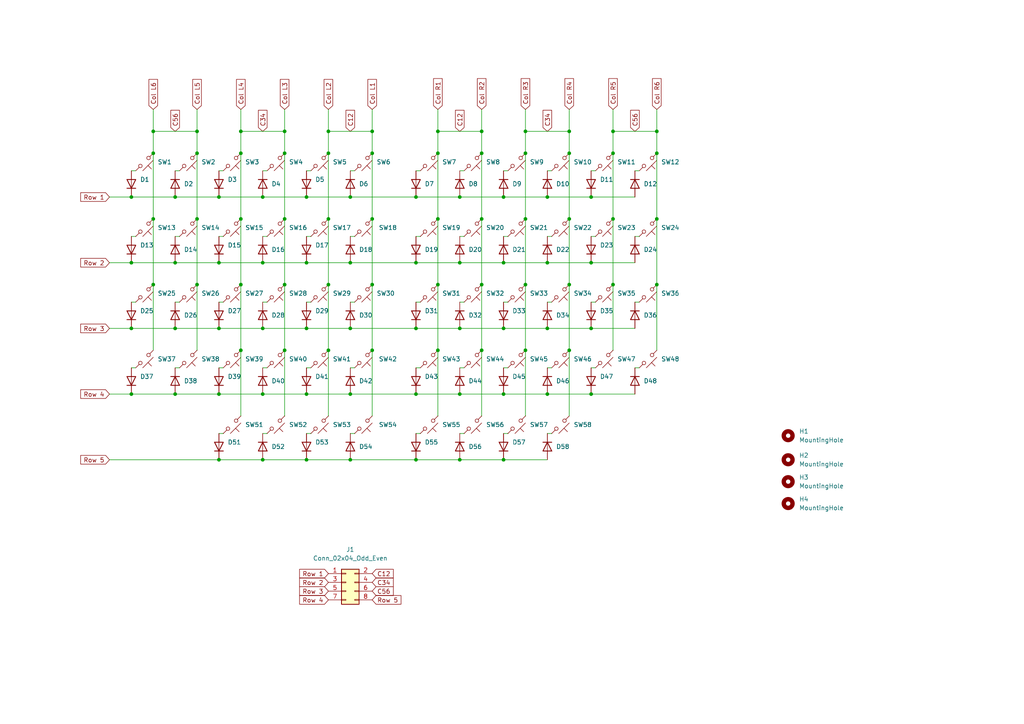
<source format=kicad_sch>
(kicad_sch (version 20211123) (generator eeschema)
  (paper "A4")
  (lib_symbols
    (symbol "Connector_Generic:Conn_02x04_Odd_Even" (pin_names (offset 1.016) hide)
      (property "Reference" "J" (at 1.27 5.08 0))
      (property "Value" "Conn_02x04_Odd_Even" (at 1.27 -7.62 0))
      (symbol "Conn_02x04_Odd_Even_1_1"
        (rectangle (start -1.27 -4.953) (end 0 -5.207) (stroke (width 0.1524)))
        (rectangle (start -1.27 -2.413) (end 0 -2.667) (stroke (width 0.1524)))
        (rectangle (start -1.27 0.127) (end 0 -0.127) (stroke (width 0.1524)))
        (rectangle (start -1.27 2.667) (end 0 2.413) (stroke (width 0.1524)))
        (rectangle (start -1.27 3.81) (end 3.81 -6.35) (stroke (width 0.254)) (fill (type background)))
        (rectangle (start 3.81 -4.953) (end 2.54 -5.207) (stroke (width 0.1524)))
        (rectangle (start 3.81 -2.413) (end 2.54 -2.667) (stroke (width 0.1524)))
        (rectangle (start 3.81 0.127) (end 2.54 -0.127) (stroke (width 0.1524)))
        (rectangle (start 3.81 2.667) (end 2.54 2.413) (stroke (width 0.1524)))
        (pin passive line (at -5.08 2.54 0) (length 3.81) (name "Pin_1") (number "1"))
        (pin passive line (at 7.62 2.54 180) (length 3.81) (name "Pin_2") (number "2"))
        (pin passive line (at -5.08 0 0) (length 3.81) (name "Pin_3") (number "3"))
        (pin passive line (at 7.62 0 180) (length 3.81) (name "Pin_4") (number "4"))
        (pin passive line (at -5.08 -2.54 0) (length 3.81) (name "Pin_5") (number "5"))
        (pin passive line (at 7.62 -2.54 180) (length 3.81) (name "Pin_6") (number "6"))
        (pin passive line (at -5.08 -5.08 0) (length 3.81) (name "Pin_7") (number "7"))
        (pin passive line (at 7.62 -5.08 180) (length 3.81) (name "Pin_8") (number "8"))
      )
    )
    (symbol "Diode:1N4448W" (pin_numbers hide) (pin_names hide)
      (property "Reference" "D" (at 0 2.54 0))
      (property "Value" "1N4448W" (at 0 -2.54 0))
      (symbol "1N4448W_0_1"
        (polyline (pts (xy -1.27 1.27) (xy -1.27 -1.27)) (stroke (width 0.254)))
        (polyline (pts (xy 1.27 0) (xy -1.27 0)))
        (polyline (pts (xy 1.27 1.27) (xy 1.27 -1.27) (xy -1.27 0) (xy 1.27 1.27)) (stroke (width 0.254)))
      )
      (symbol "1N4448W_1_1"
        (pin passive line (at -3.81 0 0) (length 2.54) (name "K") (number "1"))
        (pin passive line (at 3.81 0 180) (length 2.54) (name "A") (number "2"))
      )
    )
    (symbol "Mechanical:MountingHole" (pin_names (offset 1.016))
      (property "Reference" "H" (at 0 5.08 0))
      (property "Value" "MountingHole" (at 0 3.175 0))
      (symbol "MountingHole_0_1"
        (circle (center 0 0) (radius 1.27) (stroke (width 1.27)))
      )
    )
    (symbol "Switch:SW_Push_45deg" (pin_numbers hide) (pin_names (offset 1.016) hide)
      (property "Reference" "SW" (at 3.048 1.016 0))
      (property "Value" "SW_Push_45deg" (at 0 -3.81 0))
      (symbol "SW_Push_45deg_0_1"
        (circle (center -1.1684 1.1684) (radius 0.508))
        (polyline (pts (xy -0.508 2.54) (xy 2.54 -0.508)))
        (polyline (pts (xy 1.016 1.016) (xy 2.032 2.032)))
        (polyline (pts (xy -2.54 2.54) (xy -1.524 1.524) (xy -1.524 1.524)))
        (polyline (pts (xy 1.524 -1.524) (xy 2.54 -2.54) (xy 2.54 -2.54) (xy 2.54 -2.54)))
        (circle (center 1.143 -1.1938) (radius 0.508))
        (pin passive line (at -2.54 2.54 0) (length 0) (name "1") (number "1"))
        (pin passive line (at 2.54 -2.54 180) (length 0) (name "2") (number "2"))
      )
    )
  )
  (junction (at 139.7 101.6))
  (junction (at 165.1 101.6))
  (junction (at 38.1 95.25))
  (junction (at 101.6 95.25))
  (junction (at 146.05 95.25))
  (junction (at 139.7 38.1))
  (junction (at 57.15 63.5))
  (junction (at 88.9 95.25))
  (junction (at 165.1 44.45))
  (junction (at 95.25 38.1))
  (junction (at 44.45 44.45))
  (junction (at 171.45 76.2))
  (junction (at 152.4 38.1))
  (junction (at 177.8 82.55))
  (junction (at 63.5 76.2))
  (junction (at 101.6 133.35))
  (junction (at 82.55 101.6))
  (junction (at 152.4 101.6))
  (junction (at 69.85 101.6))
  (junction (at 107.95 44.45))
  (junction (at 171.45 95.25))
  (junction (at 76.2 57.15))
  (junction (at 158.75 95.25))
  (junction (at 95.25 63.5))
  (junction (at 82.55 63.5))
  (junction (at 50.8 95.25))
  (junction (at 165.1 63.5))
  (junction (at 63.5 57.15))
  (junction (at 88.9 114.3))
  (junction (at 57.15 82.55))
  (junction (at 76.2 114.3))
  (junction (at 76.2 133.35))
  (junction (at 38.1 114.3))
  (junction (at 107.95 101.6))
  (junction (at 152.4 82.55))
  (junction (at 127 82.55))
  (junction (at 120.65 57.15))
  (junction (at 165.1 38.1))
  (junction (at 57.15 44.45))
  (junction (at 146.05 133.35))
  (junction (at 120.65 76.2))
  (junction (at 120.65 133.35))
  (junction (at 127 44.45))
  (junction (at 133.35 95.25))
  (junction (at 177.8 38.1))
  (junction (at 190.5 38.1))
  (junction (at 139.7 44.45))
  (junction (at 152.4 63.5))
  (junction (at 69.85 38.1))
  (junction (at 177.8 63.5))
  (junction (at 88.9 57.15))
  (junction (at 133.35 114.3))
  (junction (at 146.05 114.3))
  (junction (at 120.65 114.3))
  (junction (at 63.5 95.25))
  (junction (at 107.95 38.1))
  (junction (at 139.7 82.55))
  (junction (at 69.85 63.5))
  (junction (at 76.2 95.25))
  (junction (at 88.9 76.2))
  (junction (at 38.1 57.15))
  (junction (at 95.25 44.45))
  (junction (at 101.6 57.15))
  (junction (at 190.5 82.55))
  (junction (at 50.8 114.3))
  (junction (at 165.1 82.55))
  (junction (at 190.5 63.5))
  (junction (at 133.35 133.35))
  (junction (at 133.35 76.2))
  (junction (at 127 38.1))
  (junction (at 50.8 76.2))
  (junction (at 82.55 38.1))
  (junction (at 101.6 114.3))
  (junction (at 107.95 63.5))
  (junction (at 69.85 44.45))
  (junction (at 120.65 95.25))
  (junction (at 177.8 44.45))
  (junction (at 171.45 114.3))
  (junction (at 76.2 76.2))
  (junction (at 82.55 44.45))
  (junction (at 69.85 82.55))
  (junction (at 171.45 57.15))
  (junction (at 82.55 82.55))
  (junction (at 63.5 114.3))
  (junction (at 127 101.6))
  (junction (at 146.05 76.2))
  (junction (at 44.45 82.55))
  (junction (at 101.6 76.2))
  (junction (at 44.45 38.1))
  (junction (at 133.35 57.15))
  (junction (at 95.25 82.55))
  (junction (at 158.75 76.2))
  (junction (at 152.4 44.45))
  (junction (at 107.95 82.55))
  (junction (at 146.05 57.15))
  (junction (at 158.75 57.15))
  (junction (at 95.25 101.6))
  (junction (at 158.75 114.3))
  (junction (at 50.8 57.15))
  (junction (at 190.5 44.45))
  (junction (at 57.15 38.1))
  (junction (at 44.45 63.5))
  (junction (at 127 63.5))
  (junction (at 88.9 133.35))
  (junction (at 38.1 76.2))
  (junction (at 63.5 133.35))
  (junction (at 139.7 63.5))
  (wire (pts (xy 95.25 101.6) (xy 95.25 120.65)))
  (wire (pts (xy 82.55 44.45) (xy 82.55 63.5)))
  (wire (pts (xy 127 63.5) (xy 127 82.55)))
  (wire (pts (xy 172.72 87.63) (xy 171.45 87.63)))
  (wire (pts (xy 57.15 82.55) (xy 57.15 101.6)))
  (wire (pts (xy 76.2 95.25) (xy 88.9 95.25)))
  (wire (pts (xy 76.2 57.15) (xy 88.9 57.15)))
  (wire (pts (xy 76.2 114.3) (xy 88.9 114.3)))
  (wire (pts (xy 127 31.75) (xy 127 38.1)))
  (wire (pts (xy 76.2 125.73) (xy 77.47 125.73)))
  (wire (pts (xy 165.1 38.1) (xy 165.1 44.45)))
  (wire (pts (xy 120.65 133.35) (xy 133.35 133.35)))
  (wire (pts (xy 69.85 38.1) (xy 69.85 44.45)))
  (wire (pts (xy 165.1 31.75) (xy 165.1 38.1)))
  (wire (pts (xy 177.8 31.75) (xy 177.8 38.1)))
  (wire (pts (xy 158.75 68.58) (xy 160.02 68.58)))
  (wire (pts (xy 76.2 87.63) (xy 77.47 87.63)))
  (wire (pts (xy 171.45 76.2) (xy 184.15 76.2)))
  (wire (pts (xy 158.75 76.2) (xy 171.45 76.2)))
  (wire (pts (xy 146.05 114.3) (xy 158.75 114.3)))
  (wire (pts (xy 76.2 133.35) (xy 88.9 133.35)))
  (wire (pts (xy 50.8 49.53) (xy 52.07 49.53)))
  (wire (pts (xy 64.77 87.63) (xy 63.5 87.63)))
  (wire (pts (xy 31.75 133.35) (xy 63.5 133.35)))
  (wire (pts (xy 152.4 38.1) (xy 152.4 44.45)))
  (wire (pts (xy 133.35 68.58) (xy 134.62 68.58)))
  (wire (pts (xy 38.1 95.25) (xy 50.8 95.25)))
  (wire (pts (xy 127 82.55) (xy 127 101.6)))
  (wire (pts (xy 147.32 87.63) (xy 146.05 87.63)))
  (wire (pts (xy 121.92 106.68) (xy 120.65 106.68)))
  (wire (pts (xy 95.25 38.1) (xy 107.95 38.1)))
  (wire (pts (xy 146.05 133.35) (xy 158.75 133.35)))
  (wire (pts (xy 57.15 31.75) (xy 57.15 38.1)))
  (wire (pts (xy 121.92 68.58) (xy 120.65 68.58)))
  (wire (pts (xy 133.35 114.3) (xy 146.05 114.3)))
  (wire (pts (xy 165.1 44.45) (xy 165.1 63.5)))
  (wire (pts (xy 101.6 106.68) (xy 102.87 106.68)))
  (wire (pts (xy 120.65 49.53) (xy 121.92 49.53)))
  (wire (pts (xy 50.8 76.2) (xy 63.5 76.2)))
  (wire (pts (xy 57.15 44.45) (xy 57.15 63.5)))
  (wire (pts (xy 82.55 31.75) (xy 82.55 38.1)))
  (wire (pts (xy 158.75 57.15) (xy 171.45 57.15)))
  (wire (pts (xy 184.15 68.58) (xy 185.42 68.58)))
  (wire (pts (xy 190.5 63.5) (xy 190.5 82.55)))
  (wire (pts (xy 158.75 114.3) (xy 171.45 114.3)))
  (wire (pts (xy 101.6 57.15) (xy 120.65 57.15)))
  (wire (pts (xy 133.35 87.63) (xy 134.62 87.63)))
  (wire (pts (xy 95.25 82.55) (xy 95.25 101.6)))
  (wire (pts (xy 158.75 49.53) (xy 160.02 49.53)))
  (wire (pts (xy 63.5 95.25) (xy 76.2 95.25)))
  (wire (pts (xy 184.15 87.63) (xy 185.42 87.63)))
  (wire (pts (xy 90.17 68.58) (xy 88.9 68.58)))
  (wire (pts (xy 177.8 38.1) (xy 177.8 44.45)))
  (wire (pts (xy 82.55 82.55) (xy 82.55 101.6)))
  (wire (pts (xy 152.4 63.5) (xy 152.4 82.55)))
  (wire (pts (xy 133.35 133.35) (xy 146.05 133.35)))
  (wire (pts (xy 107.95 101.6) (xy 107.95 120.65)))
  (wire (pts (xy 152.4 101.6) (xy 152.4 120.65)))
  (wire (pts (xy 158.75 106.68) (xy 160.02 106.68)))
  (wire (pts (xy 147.32 106.68) (xy 146.05 106.68)))
  (wire (pts (xy 190.5 38.1) (xy 190.5 44.45)))
  (wire (pts (xy 44.45 63.5) (xy 44.45 82.55)))
  (wire (pts (xy 69.85 82.55) (xy 69.85 101.6)))
  (wire (pts (xy 139.7 82.55) (xy 139.7 101.6)))
  (wire (pts (xy 88.9 57.15) (xy 101.6 57.15)))
  (wire (pts (xy 69.85 101.6) (xy 69.85 120.65)))
  (wire (pts (xy 146.05 57.15) (xy 158.75 57.15)))
  (wire (pts (xy 172.72 68.58) (xy 171.45 68.58)))
  (wire (pts (xy 177.8 82.55) (xy 177.8 101.6)))
  (wire (pts (xy 120.65 76.2) (xy 133.35 76.2)))
  (wire (pts (xy 171.45 57.15) (xy 184.15 57.15)))
  (wire (pts (xy 63.5 57.15) (xy 76.2 57.15)))
  (wire (pts (xy 177.8 44.45) (xy 177.8 63.5)))
  (wire (pts (xy 121.92 125.73) (xy 120.65 125.73)))
  (wire (pts (xy 44.45 38.1) (xy 57.15 38.1)))
  (wire (pts (xy 158.75 95.25) (xy 171.45 95.25)))
  (wire (pts (xy 39.37 87.63) (xy 38.1 87.63)))
  (wire (pts (xy 44.45 31.75) (xy 44.45 38.1)))
  (wire (pts (xy 82.55 63.5) (xy 82.55 82.55)))
  (wire (pts (xy 165.1 63.5) (xy 165.1 82.55)))
  (wire (pts (xy 90.17 106.68) (xy 88.9 106.68)))
  (wire (pts (xy 88.9 49.53) (xy 90.17 49.53)))
  (wire (pts (xy 50.8 95.25) (xy 63.5 95.25)))
  (wire (pts (xy 127 101.6) (xy 127 120.65)))
  (wire (pts (xy 64.77 68.58) (xy 63.5 68.58)))
  (wire (pts (xy 139.7 38.1) (xy 139.7 44.45)))
  (wire (pts (xy 88.9 76.2) (xy 101.6 76.2)))
  (wire (pts (xy 107.95 38.1) (xy 107.95 44.45)))
  (wire (pts (xy 133.35 125.73) (xy 134.62 125.73)))
  (wire (pts (xy 147.32 125.73) (xy 146.05 125.73)))
  (wire (pts (xy 120.65 114.3) (xy 133.35 114.3)))
  (wire (pts (xy 31.75 57.15) (xy 38.1 57.15)))
  (wire (pts (xy 57.15 63.5) (xy 57.15 82.55)))
  (wire (pts (xy 31.75 95.25) (xy 38.1 95.25)))
  (wire (pts (xy 139.7 44.45) (xy 139.7 63.5)))
  (wire (pts (xy 127 38.1) (xy 127 44.45)))
  (wire (pts (xy 121.92 87.63) (xy 120.65 87.63)))
  (wire (pts (xy 95.25 63.5) (xy 95.25 82.55)))
  (wire (pts (xy 158.75 87.63) (xy 160.02 87.63)))
  (wire (pts (xy 133.35 76.2) (xy 146.05 76.2)))
  (wire (pts (xy 101.6 87.63) (xy 102.87 87.63)))
  (wire (pts (xy 152.4 38.1) (xy 165.1 38.1)))
  (wire (pts (xy 76.2 106.68) (xy 77.47 106.68)))
  (wire (pts (xy 133.35 95.25) (xy 146.05 95.25)))
  (wire (pts (xy 50.8 114.3) (xy 63.5 114.3)))
  (wire (pts (xy 146.05 76.2) (xy 158.75 76.2)))
  (wire (pts (xy 165.1 82.55) (xy 165.1 101.6)))
  (wire (pts (xy 39.37 68.58) (xy 38.1 68.58)))
  (wire (pts (xy 133.35 49.53) (xy 134.62 49.53)))
  (wire (pts (xy 177.8 63.5) (xy 177.8 82.55)))
  (wire (pts (xy 31.75 114.3) (xy 38.1 114.3)))
  (wire (pts (xy 152.4 44.45) (xy 152.4 63.5)))
  (wire (pts (xy 64.77 125.73) (xy 63.5 125.73)))
  (wire (pts (xy 146.05 49.53) (xy 147.32 49.53)))
  (wire (pts (xy 152.4 82.55) (xy 152.4 101.6)))
  (wire (pts (xy 90.17 87.63) (xy 88.9 87.63)))
  (wire (pts (xy 76.2 76.2) (xy 88.9 76.2)))
  (wire (pts (xy 133.35 57.15) (xy 146.05 57.15)))
  (wire (pts (xy 139.7 63.5) (xy 139.7 82.55)))
  (wire (pts (xy 88.9 114.3) (xy 101.6 114.3)))
  (wire (pts (xy 88.9 133.35) (xy 101.6 133.35)))
  (wire (pts (xy 38.1 76.2) (xy 50.8 76.2)))
  (wire (pts (xy 171.45 49.53) (xy 172.72 49.53)))
  (wire (pts (xy 184.15 49.53) (xy 185.42 49.53)))
  (wire (pts (xy 139.7 31.75) (xy 139.7 38.1)))
  (wire (pts (xy 38.1 114.3) (xy 50.8 114.3)))
  (wire (pts (xy 127 38.1) (xy 139.7 38.1)))
  (wire (pts (xy 39.37 106.68) (xy 38.1 106.68)))
  (wire (pts (xy 190.5 31.75) (xy 190.5 38.1)))
  (wire (pts (xy 63.5 114.3) (xy 76.2 114.3)))
  (wire (pts (xy 88.9 95.25) (xy 101.6 95.25)))
  (wire (pts (xy 101.6 114.3) (xy 120.65 114.3)))
  (wire (pts (xy 95.25 31.75) (xy 95.25 38.1)))
  (wire (pts (xy 133.35 106.68) (xy 134.62 106.68)))
  (wire (pts (xy 107.95 44.45) (xy 107.95 63.5)))
  (wire (pts (xy 64.77 106.68) (xy 63.5 106.68)))
  (wire (pts (xy 139.7 101.6) (xy 139.7 120.65)))
  (wire (pts (xy 184.15 106.68) (xy 185.42 106.68)))
  (wire (pts (xy 101.6 95.25) (xy 120.65 95.25)))
  (wire (pts (xy 190.5 82.55) (xy 190.5 101.6)))
  (wire (pts (xy 147.32 68.58) (xy 146.05 68.58)))
  (wire (pts (xy 95.25 38.1) (xy 95.25 44.45)))
  (wire (pts (xy 57.15 38.1) (xy 57.15 44.45)))
  (wire (pts (xy 44.45 44.45) (xy 44.45 63.5)))
  (wire (pts (xy 38.1 57.15) (xy 50.8 57.15)))
  (wire (pts (xy 90.17 125.73) (xy 88.9 125.73)))
  (wire (pts (xy 44.45 82.55) (xy 44.45 101.6)))
  (wire (pts (xy 76.2 49.53) (xy 77.47 49.53)))
  (wire (pts (xy 76.2 68.58) (xy 77.47 68.58)))
  (wire (pts (xy 190.5 44.45) (xy 190.5 63.5)))
  (wire (pts (xy 107.95 31.75) (xy 107.95 38.1)))
  (wire (pts (xy 50.8 57.15) (xy 63.5 57.15)))
  (wire (pts (xy 69.85 31.75) (xy 69.85 38.1)))
  (wire (pts (xy 69.85 44.45) (xy 69.85 63.5)))
  (wire (pts (xy 101.6 133.35) (xy 120.65 133.35)))
  (wire (pts (xy 69.85 38.1) (xy 82.55 38.1)))
  (wire (pts (xy 172.72 106.68) (xy 171.45 106.68)))
  (wire (pts (xy 69.85 63.5) (xy 69.85 82.55)))
  (wire (pts (xy 82.55 38.1) (xy 82.55 44.45)))
  (wire (pts (xy 63.5 76.2) (xy 76.2 76.2)))
  (wire (pts (xy 101.6 68.58) (xy 102.87 68.58)))
  (wire (pts (xy 107.95 63.5) (xy 107.95 82.55)))
  (wire (pts (xy 177.8 38.1) (xy 190.5 38.1)))
  (wire (pts (xy 158.75 125.73) (xy 160.02 125.73)))
  (wire (pts (xy 95.25 44.45) (xy 95.25 63.5)))
  (wire (pts (xy 44.45 38.1) (xy 44.45 44.45)))
  (wire (pts (xy 63.5 133.35) (xy 76.2 133.35)))
  (wire (pts (xy 63.5 49.53) (xy 64.77 49.53)))
  (wire (pts (xy 50.8 106.68) (xy 52.07 106.68)))
  (wire (pts (xy 171.45 95.25) (xy 184.15 95.25)))
  (wire (pts (xy 120.65 95.25) (xy 133.35 95.25)))
  (wire (pts (xy 120.65 57.15) (xy 133.35 57.15)))
  (wire (pts (xy 127 44.45) (xy 127 63.5)))
  (wire (pts (xy 50.8 87.63) (xy 52.07 87.63)))
  (wire (pts (xy 107.95 82.55) (xy 107.95 101.6)))
  (wire (pts (xy 171.45 114.3) (xy 184.15 114.3)))
  (wire (pts (xy 101.6 125.73) (xy 102.87 125.73)))
  (wire (pts (xy 101.6 76.2) (xy 120.65 76.2)))
  (wire (pts (xy 146.05 95.25) (xy 158.75 95.25)))
  (wire (pts (xy 31.75 76.2) (xy 38.1 76.2)))
  (wire (pts (xy 152.4 31.75) (xy 152.4 38.1)))
  (wire (pts (xy 50.8 68.58) (xy 52.07 68.58)))
  (wire (pts (xy 38.1 49.53) (xy 39.37 49.53)))
  (wire (pts (xy 165.1 101.6) (xy 165.1 120.65)))
  (wire (pts (xy 82.55 101.6) (xy 82.55 120.65)))
  (wire (pts (xy 101.6 49.53) (xy 102.87 49.53)))
  (global_label "Row 4" (shape input) (at 95.25 173.99 180) (property "Intersheet References" "${INTERSHEET_REFS}" (effects hide)))
  (global_label "Col L2" (shape input) (at 95.25 31.75 90) (property "Intersheet References" "${INTERSHEET_REFS}" (effects hide)))
  (global_label "C56" (shape input) (at 107.95 171.45 0) (property "Intersheet References" "${INTERSHEET_REFS}" (effects hide)))
  (global_label "Col R3" (shape input) (at 152.4 31.75 90) (property "Intersheet References" "${INTERSHEET_REFS}" (effects hide)))
  (global_label "Col R4" (shape input) (at 165.1 31.75 90) (property "Intersheet References" "${INTERSHEET_REFS}" (effects hide)))
  (global_label "C12" (shape input) (at 101.6 38.1 90) (property "Intersheet References" "${INTERSHEET_REFS}" (effects hide)))
  (global_label "Col R5" (shape input) (at 177.8 31.75 90) (property "Intersheet References" "${INTERSHEET_REFS}" (effects hide)))
  (global_label "C34" (shape input) (at 158.75 38.1 90) (property "Intersheet References" "${INTERSHEET_REFS}" (effects hide)))
  (global_label "C56" (shape input) (at 184.15 38.1 90) (property "Intersheet References" "${INTERSHEET_REFS}" (effects hide)))
  (global_label "C12" (shape input) (at 133.35 38.1 90) (property "Intersheet References" "${INTERSHEET_REFS}" (effects hide)))
  (global_label "Row 2" (shape input) (at 31.75 76.2 180) (property "Intersheet References" "${INTERSHEET_REFS}" (effects hide)))
  (global_label "Row 5" (shape input) (at 107.95 173.99 0) (property "Intersheet References" "${INTERSHEET_REFS}" (effects hide)))
  (global_label "Col L5" (shape input) (at 57.15 31.75 90) (property "Intersheet References" "${INTERSHEET_REFS}" (effects hide)))
  (global_label "Col L3" (shape input) (at 82.55 31.75 90) (property "Intersheet References" "${INTERSHEET_REFS}" (effects hide)))
  (global_label "Row 5" (shape input) (at 31.75 133.35 180) (property "Intersheet References" "${INTERSHEET_REFS}" (effects hide)))
  (global_label "Col L6" (shape input) (at 44.45 31.75 90) (property "Intersheet References" "${INTERSHEET_REFS}" (effects hide)))
  (global_label "Col L1" (shape input) (at 107.95 31.75 90) (property "Intersheet References" "${INTERSHEET_REFS}" (effects hide)))
  (global_label "C56" (shape input) (at 50.8 38.1 90) (property "Intersheet References" "${INTERSHEET_REFS}" (effects hide)))
  (global_label "Row 3" (shape input) (at 95.25 171.45 180) (property "Intersheet References" "${INTERSHEET_REFS}" (effects hide)))
  (global_label "C12" (shape input) (at 107.95 166.37 0) (property "Intersheet References" "${INTERSHEET_REFS}" (effects hide)))
  (global_label "Col L4" (shape input) (at 69.85 31.75 90) (property "Intersheet References" "${INTERSHEET_REFS}" (effects hide)))
  (global_label "Row 4" (shape input) (at 31.75 114.3 180) (property "Intersheet References" "${INTERSHEET_REFS}" (effects hide)))
  (global_label "Row 1" (shape input) (at 31.75 57.15 180) (property "Intersheet References" "${INTERSHEET_REFS}" (effects hide)))
  (global_label "Col R1" (shape input) (at 127 31.75 90) (property "Intersheet References" "${INTERSHEET_REFS}" (effects hide)))
  (global_label "Row 3" (shape input) (at 31.75 95.25 180) (property "Intersheet References" "${INTERSHEET_REFS}" (effects hide)))
  (global_label "Col R2" (shape input) (at 139.7 31.75 90) (property "Intersheet References" "${INTERSHEET_REFS}" (effects hide)))
  (global_label "C34" (shape input) (at 76.2 38.1 90) (property "Intersheet References" "${INTERSHEET_REFS}" (effects hide)))
  (global_label "Row 2" (shape input) (at 95.25 168.91 180) (property "Intersheet References" "${INTERSHEET_REFS}" (effects hide)))
  (global_label "Col R6" (shape input) (at 190.5 31.75 90) (property "Intersheet References" "${INTERSHEET_REFS}" (effects hide)))
  (global_label "C34" (shape input) (at 107.95 168.91 0) (property "Intersheet References" "${INTERSHEET_REFS}" (effects hide)))
  (global_label "Row 1" (shape input) (at 95.25 166.37 180) (property "Intersheet References" "${INTERSHEET_REFS}" (effects hide)))
  (symbol (lib_id "Diode:1N4448W") (at 146.05 72.39 270) (unit 1)
    (property "Reference" "D21" (at 148.59 72.3899 90) (effects (justify left)))
    (property "Value" "1N4448W" (effects hide))
    (property "Footprint" "Diode_SMD:D_SOD-123" (effects hide))
    (property "Datasheet" "https://www.vishay.com/docs/85722/1n4448w.pdf" (effects hide))
  )
  (symbol (lib_id "Diode:1N4448W") (at 38.1 91.44 90) (unit 1)
    (property "Reference" "D25" (at 40.64 90.1699 90) (effects (justify right)))
    (property "Value" "1N4448W" (effects hide))
    (property "Footprint" "Diode_SMD:D_SOD-123" (effects hide))
    (property "Datasheet" "https://www.vishay.com/docs/85722/1n4448w.pdf" (effects hide))
  )
  (symbol (lib_id "Diode:1N4448W") (at 171.45 53.34 90) (unit 1)
    (property "Reference" "D11" (at 173.99 52.0699 90) (effects (justify right)))
    (property "Value" "1N4448W" (effects hide))
    (property "Footprint" "Diode_SMD:D_SOD-123" (effects hide))
    (property "Datasheet" "https://www.vishay.com/docs/85722/1n4448w.pdf" (effects hide))
  )
  (symbol (lib_id "Diode:1N4448W") (at 38.1 110.49 90) (unit 1)
    (property "Reference" "D37" (at 40.64 109.2199 90) (effects (justify right)))
    (property "Value" "1N4448W" (effects hide))
    (property "Footprint" "Diode_SMD:D_SOD-123" (effects hide))
    (property "Datasheet" "https://www.vishay.com/docs/85722/1n4448w.pdf" (effects hide))
  )
  (symbol (lib_id "Switch:SW_Push_45deg") (at 54.61 66.04 270) (unit 1)
    (property "Reference" "SW14" (at 58.42 66.0399 90) (effects (justify left)))
    (property "Value" "SW_Push_45deg" (effects hide))
    (property "Footprint" "Keyboard_JSA:ChocV1_Hotswap_reverse" (effects hide))
  )
  (symbol (lib_id "Diode:1N4448W") (at 158.75 129.54 270) (unit 1)
    (property "Reference" "D58" (at 161.29 129.5399 90) (effects (justify left)))
    (property "Value" "1N4448W" (effects hide))
    (property "Footprint" "Diode_SMD:D_SOD-123" (effects hide))
    (property "Datasheet" "https://www.vishay.com/docs/85722/1n4448w.pdf" (effects hide))
  )
  (symbol (lib_id "Switch:SW_Push_45deg") (at 149.86 85.09 270) (unit 1)
    (property "Reference" "SW33" (at 153.67 85.0899 90) (effects (justify left)))
    (property "Value" "SW_Push_45deg" (effects hide))
    (property "Footprint" "Keyboard_JSA:ChocV1_Hotswap" (effects hide))
  )
  (symbol (lib_id "Diode:1N4448W") (at 120.65 72.39 90) (unit 1)
    (property "Reference" "D19" (at 123.19 72.3899 90) (effects (justify right)))
    (property "Value" "1N4448W" (effects hide))
    (property "Footprint" "Diode_SMD:D_SOD-123" (effects hide))
    (property "Datasheet" "https://www.vishay.com/docs/85722/1n4448w.pdf" (effects hide))
  )
  (symbol (lib_id "Switch:SW_Push_45deg") (at 41.91 104.14 270) (unit 1)
    (property "Reference" "SW37" (at 45.72 104.1399 90) (effects (justify left)))
    (property "Value" "SW_Push_45deg" (effects hide))
    (property "Footprint" "Keyboard_JSA:ChocV1_Hotswap_reverse" (effects hide))
  )
  (symbol (lib_id "Switch:SW_Push_45deg") (at 149.86 66.04 270) (unit 1)
    (property "Reference" "SW21" (at 153.67 66.0399 90) (effects (justify left)))
    (property "Value" "SW_Push_45deg" (effects hide))
    (property "Footprint" "Keyboard_JSA:ChocV1_Hotswap" (effects hide))
  )
  (symbol (lib_id "Switch:SW_Push_45deg") (at 105.41 123.19 270) (unit 1)
    (property "Reference" "SW54" (at 109.855 123.19 90) (effects (justify left)))
    (property "Value" "SW_Push_45deg" (effects hide))
    (property "Footprint" "Keyboard_JSA:ChocV1_Hotswap_reverse" (effects hide))
  )
  (symbol (lib_id "Diode:1N4448W") (at 63.5 53.34 90) (unit 1)
    (property "Reference" "D3" (at 66.04 52.0699 90) (effects (justify right)))
    (property "Value" "1N4448W" (effects hide))
    (property "Footprint" "Diode_SMD:D_SOD-123" (effects hide))
    (property "Datasheet" "https://www.vishay.com/docs/85722/1n4448w.pdf" (effects hide))
  )
  (symbol (lib_id "Diode:1N4448W") (at 120.65 110.49 90) (unit 1)
    (property "Reference" "D43" (at 123.19 109.2199 90) (effects (justify right)))
    (property "Value" "1N4448W" (effects hide))
    (property "Footprint" "Diode_SMD:D_SOD-123" (effects hide))
    (property "Datasheet" "https://www.vishay.com/docs/85722/1n4448w.pdf" (effects hide))
  )
  (symbol (lib_id "Switch:SW_Push_45deg") (at 149.86 104.14 270) (unit 1)
    (property "Reference" "SW45" (at 153.67 104.1399 90) (effects (justify left)))
    (property "Value" "SW_Push_45deg" (effects hide))
    (property "Footprint" "Keyboard_JSA:ChocV1_Hotswap" (effects hide))
  )
  (symbol (lib_id "Switch:SW_Push_45deg") (at 80.01 85.09 270) (unit 1)
    (property "Reference" "SW28" (at 83.82 85.0899 90) (effects (justify left)))
    (property "Value" "SW_Push_45deg" (effects hide))
    (property "Footprint" "Keyboard_JSA:ChocV1_Hotswap_reverse" (effects hide))
  )
  (symbol (lib_id "Diode:1N4448W") (at 158.75 53.34 270) (unit 1)
    (property "Reference" "D10" (at 161.29 53.3399 90) (effects (justify left)))
    (property "Value" "1N4448W" (effects hide))
    (property "Footprint" "Diode_SMD:D_SOD-123" (effects hide))
    (property "Datasheet" "https://www.vishay.com/docs/85722/1n4448w.pdf" (effects hide))
  )
  (symbol (lib_id "Mechanical:MountingHole") (at 228.6 139.7 0) (unit 1)
    (property "Reference" "H3" (at 231.775 138.4299 0) (effects (justify left)))
    (property "Value" "MountingHole" (at 231.775 140.9699 0) (effects (justify left)))
    (property "Footprint" "MountingHole:MountingHole_3.2mm_M3_DIN965" (effects hide))
  )
  (symbol (lib_id "Diode:1N4448W") (at 88.9 72.39 90) (unit 1)
    (property "Reference" "D17" (at 91.44 71.1199 90) (effects (justify right)))
    (property "Value" "1N4448W" (effects hide))
    (property "Footprint" "Diode_SMD:D_SOD-123" (effects hide))
    (property "Datasheet" "https://www.vishay.com/docs/85722/1n4448w.pdf" (effects hide))
  )
  (symbol (lib_id "Diode:1N4448W") (at 63.5 72.39 90) (unit 1)
    (property "Reference" "D15" (at 66.04 71.1199 90) (effects (justify right)))
    (property "Value" "1N4448W" (effects hide))
    (property "Footprint" "Diode_SMD:D_SOD-123" (effects hide))
    (property "Datasheet" "https://www.vishay.com/docs/85722/1n4448w.pdf" (effects hide))
  )
  (symbol (lib_id "Diode:1N4448W") (at 63.5 129.54 90) (unit 1)
    (property "Reference" "D51" (at 66.04 128.2699 90) (effects (justify right)))
    (property "Value" "1N4448W" (effects hide))
    (property "Footprint" "Diode_SMD:D_SOD-123" (effects hide))
    (property "Datasheet" "https://www.vishay.com/docs/85722/1n4448w.pdf" (effects hide))
  )
  (symbol (lib_id "Switch:SW_Push_45deg") (at 137.16 66.04 270) (unit 1)
    (property "Reference" "SW20" (at 140.97 66.0399 90) (effects (justify left)))
    (property "Value" "SW_Push_45deg" (effects hide))
    (property "Footprint" "Keyboard_JSA:ChocV1_Hotswap" (effects hide))
  )
  (symbol (lib_id "Diode:1N4448W") (at 88.9 110.49 90) (unit 1)
    (property "Reference" "D41" (at 91.44 109.2199 90) (effects (justify right)))
    (property "Value" "1N4448W" (effects hide))
    (property "Footprint" "Diode_SMD:D_SOD-123" (effects hide))
    (property "Datasheet" "https://www.vishay.com/docs/85722/1n4448w.pdf" (effects hide))
  )
  (symbol (lib_id "Diode:1N4448W") (at 38.1 72.39 90) (unit 1)
    (property "Reference" "D13" (at 40.64 71.1199 90) (effects (justify right)))
    (property "Value" "1N4448W" (effects hide))
    (property "Footprint" "Diode_SMD:D_SOD-123" (effects hide))
    (property "Datasheet" "https://www.vishay.com/docs/85722/1n4448w.pdf" (effects hide))
  )
  (symbol (lib_id "Switch:SW_Push_45deg") (at 67.31 85.09 270) (unit 1)
    (property "Reference" "SW27" (at 71.12 85.0899 90) (effects (justify left)))
    (property "Value" "SW_Push_45deg" (effects hide))
    (property "Footprint" "Keyboard_JSA:ChocV1_Hotswap_reverse" (effects hide))
  )
  (symbol (lib_id "Switch:SW_Push_45deg") (at 187.96 85.09 270) (unit 1)
    (property "Reference" "SW36" (at 191.77 85.0899 90) (effects (justify left)))
    (property "Value" "SW_Push_45deg" (effects hide))
    (property "Footprint" "Keyboard_JSA:ChocV1_Hotswap" (effects hide))
  )
  (symbol (lib_id "Switch:SW_Push_45deg") (at 175.26 85.09 270) (unit 1)
    (property "Reference" "SW35" (at 179.07 85.0899 90) (effects (justify left)))
    (property "Value" "SW_Push_45deg" (effects hide))
    (property "Footprint" "Keyboard_JSA:ChocV1_Hotswap" (effects hide))
  )
  (symbol (lib_id "Switch:SW_Push_45deg") (at 137.16 85.09 270) (unit 1)
    (property "Reference" "SW32" (at 140.97 85.0899 90) (effects (justify left)))
    (property "Value" "SW_Push_45deg" (effects hide))
    (property "Footprint" "Keyboard_JSA:ChocV1_Hotswap" (effects hide))
  )
  (symbol (lib_id "Switch:SW_Push_45deg") (at 175.26 46.99 270) (unit 1)
    (property "Reference" "SW11" (at 179.07 46.9899 90) (effects (justify left)))
    (property "Value" "SW_Push_45deg" (effects hide))
    (property "Footprint" "Keyboard_JSA:ChocV1_Hotswap" (effects hide))
  )
  (symbol (lib_id "Switch:SW_Push_45deg") (at 54.61 104.14 270) (unit 1)
    (property "Reference" "SW38" (at 58.42 104.1399 90) (effects (justify left)))
    (property "Value" "SW_Push_45deg" (effects hide))
    (property "Footprint" "Keyboard_JSA:ChocV1_Hotswap_reverse" (effects hide))
  )
  (symbol (lib_id "Switch:SW_Push_45deg") (at 124.46 85.09 270) (unit 1)
    (property "Reference" "SW31" (at 128.27 85.0899 90) (effects (justify left)))
    (property "Value" "SW_Push_45deg" (effects hide))
    (property "Footprint" "Keyboard_JSA:ChocV1_Hotswap" (effects hide))
  )
  (symbol (lib_id "Switch:SW_Push_45deg") (at 124.46 46.99 270) (unit 1)
    (property "Reference" "SW7" (at 128.27 46.9899 90) (effects (justify left)))
    (property "Value" "SW_Push_45deg" (effects hide))
    (property "Footprint" "Keyboard_JSA:ChocV1_Hotswap" (effects hide))
  )
  (symbol (lib_id "Diode:1N4448W") (at 120.65 91.44 90) (unit 1)
    (property "Reference" "D31" (at 123.19 90.1699 90) (effects (justify right)))
    (property "Value" "1N4448W" (effects hide))
    (property "Footprint" "Diode_SMD:D_SOD-123" (effects hide))
    (property "Datasheet" "https://www.vishay.com/docs/85722/1n4448w.pdf" (effects hide))
  )
  (symbol (lib_id "Switch:SW_Push_45deg") (at 41.91 85.09 270) (unit 1)
    (property "Reference" "SW25" (at 45.72 85.0899 90) (effects (justify left)))
    (property "Value" "SW_Push_45deg" (effects hide))
    (property "Footprint" "Keyboard_JSA:ChocV1_Hotswap_reverse" (effects hide))
  )
  (symbol (lib_id "Switch:SW_Push_45deg") (at 54.61 46.99 270) (unit 1)
    (property "Reference" "SW2" (at 58.42 46.9899 90) (effects (justify left)))
    (property "Value" "SW_Push_45deg" (effects hide))
    (property "Footprint" "Keyboard_JSA:ChocV1_Hotswap_reverse" (effects hide))
  )
  (symbol (lib_id "Mechanical:MountingHole") (at 228.6 146.05 0) (unit 1)
    (property "Reference" "H4" (at 231.775 144.7799 0) (effects (justify left)))
    (property "Value" "MountingHole" (at 231.775 147.3199 0) (effects (justify left)))
    (property "Footprint" "MountingHole:MountingHole_3.2mm_M3_DIN965" (effects hide))
  )
  (symbol (lib_id "Diode:1N4448W") (at 76.2 110.49 270) (unit 1)
    (property "Reference" "D40" (at 78.74 110.4899 90) (effects (justify left)))
    (property "Value" "1N4448W" (effects hide))
    (property "Footprint" "Diode_SMD:D_SOD-123" (effects hide))
    (property "Datasheet" "https://www.vishay.com/docs/85722/1n4448w.pdf" (effects hide))
  )
  (symbol (lib_id "Diode:1N4448W") (at 184.15 72.39 270) (unit 1)
    (property "Reference" "D24" (at 186.69 72.3899 90) (effects (justify left)))
    (property "Value" "1N4448W" (effects hide))
    (property "Footprint" "Diode_SMD:D_SOD-123" (effects hide))
    (property "Datasheet" "https://www.vishay.com/docs/85722/1n4448w.pdf" (effects hide))
  )
  (symbol (lib_id "Diode:1N4448W") (at 120.65 129.54 90) (unit 1)
    (property "Reference" "D55" (at 123.19 128.2699 90) (effects (justify right)))
    (property "Value" "1N4448W" (effects hide))
    (property "Footprint" "Diode_SMD:D_SOD-123" (effects hide))
    (property "Datasheet" "https://www.vishay.com/docs/85722/1n4448w.pdf" (effects hide))
  )
  (symbol (lib_id "Diode:1N4448W") (at 76.2 129.54 270) (unit 1)
    (property "Reference" "D52" (at 78.74 129.5399 90) (effects (justify left)))
    (property "Value" "1N4448W" (effects hide))
    (property "Footprint" "Diode_SMD:D_SOD-123" (effects hide))
    (property "Datasheet" "https://www.vishay.com/docs/85722/1n4448w.pdf" (effects hide))
  )
  (symbol (lib_id "Diode:1N4448W") (at 184.15 110.49 270) (unit 1)
    (property "Reference" "D48" (at 186.69 110.4899 90) (effects (justify left)))
    (property "Value" "1N4448W" (effects hide))
    (property "Footprint" "Diode_SMD:D_SOD-123" (effects hide))
    (property "Datasheet" "https://www.vishay.com/docs/85722/1n4448w.pdf" (effects hide))
  )
  (symbol (lib_id "Switch:SW_Push_45deg") (at 162.56 66.04 270) (unit 1)
    (property "Reference" "SW22" (at 166.37 66.0399 90) (effects (justify left)))
    (property "Value" "SW_Push_45deg" (effects hide))
    (property "Footprint" "Keyboard_JSA:ChocV1_Hotswap" (effects hide))
  )
  (symbol (lib_id "Diode:1N4448W") (at 184.15 53.34 270) (unit 1)
    (property "Reference" "D12" (at 186.69 53.3399 90) (effects (justify left)))
    (property "Value" "1N4448W" (effects hide))
    (property "Footprint" "Diode_SMD:D_SOD-123" (effects hide))
    (property "Datasheet" "https://www.vishay.com/docs/85722/1n4448w.pdf" (effects hide))
  )
  (symbol (lib_id "Diode:1N4448W") (at 133.35 72.39 270) (unit 1)
    (property "Reference" "D20" (at 135.89 72.3899 90) (effects (justify left)))
    (property "Value" "1N4448W" (effects hide))
    (property "Footprint" "Diode_SMD:D_SOD-123" (effects hide))
    (property "Datasheet" "https://www.vishay.com/docs/85722/1n4448w.pdf" (effects hide))
  )
  (symbol (lib_id "Switch:SW_Push_45deg") (at 137.16 123.19 270) (unit 1)
    (property "Reference" "SW56" (at 140.97 123.1899 90) (effects (justify left)))
    (property "Value" "SW_Push_45deg" (effects hide))
    (property "Footprint" "Keyboard_JSA:ChocV1_Hotswap" (effects hide))
  )
  (symbol (lib_id "Diode:1N4448W") (at 101.6 91.44 270) (unit 1)
    (property "Reference" "D30" (at 104.14 91.4399 90) (effects (justify left)))
    (property "Value" "1N4448W" (effects hide))
    (property "Footprint" "Diode_SMD:D_SOD-123" (effects hide))
    (property "Datasheet" "https://www.vishay.com/docs/85722/1n4448w.pdf" (effects hide))
  )
  (symbol (lib_id "Diode:1N4448W") (at 101.6 110.49 270) (unit 1)
    (property "Reference" "D42" (at 104.14 110.4899 90) (effects (justify left)))
    (property "Value" "1N4448W" (effects hide))
    (property "Footprint" "Diode_SMD:D_SOD-123" (effects hide))
    (property "Datasheet" "https://www.vishay.com/docs/85722/1n4448w.pdf" (effects hide))
  )
  (symbol (lib_id "Switch:SW_Push_45deg") (at 162.56 123.19 270) (unit 1)
    (property "Reference" "SW58" (at 166.37 123.1899 90) (effects (justify left)))
    (property "Value" "SW_Push_45deg" (effects hide))
    (property "Footprint" "Keyboard_JSA:ChocV1_Hotswap" (effects hide))
  )
  (symbol (lib_id "Switch:SW_Push_45deg") (at 124.46 123.19 270) (unit 1)
    (property "Reference" "SW55" (at 128.27 123.1899 90) (effects (justify left)))
    (property "Value" "SW_Push_45deg" (effects hide))
    (property "Footprint" "Keyboard_JSA:ChocV1_Hotswap" (effects hide))
  )
  (symbol (lib_id "Mechanical:MountingHole") (at 228.6 133.35 0) (unit 1)
    (property "Reference" "H2" (at 231.775 132.0799 0) (effects (justify left)))
    (property "Value" "MountingHole" (at 231.775 134.6199 0) (effects (justify left)))
    (property "Footprint" "MountingHole:MountingHole_3.2mm_M3_DIN965" (effects hide))
  )
  (symbol (lib_id "Switch:SW_Push_45deg") (at 162.56 104.14 270) (unit 1)
    (property "Reference" "SW46" (at 166.37 104.1399 90) (effects (justify left)))
    (property "Value" "SW_Push_45deg" (effects hide))
    (property "Footprint" "Keyboard_JSA:ChocV1_Hotswap" (effects hide))
  )
  (symbol (lib_id "Diode:1N4448W") (at 120.65 53.34 90) (unit 1)
    (property "Reference" "D7" (at 123.19 53.3399 90) (effects (justify right)))
    (property "Value" "1N4448W" (effects hide))
    (property "Footprint" "Diode_SMD:D_SOD-123" (effects hide))
    (property "Datasheet" "https://www.vishay.com/docs/85722/1n4448w.pdf" (effects hide))
  )
  (symbol (lib_id "Switch:SW_Push_45deg") (at 105.41 85.09 270) (unit 1)
    (property "Reference" "SW30" (at 109.22 85.09 90) (effects (justify left)))
    (property "Value" "SW_Push_45deg" (effects hide))
    (property "Footprint" "Keyboard_JSA:ChocV1_Hotswap_reverse" (effects hide))
  )
  (symbol (lib_id "Switch:SW_Push_45deg") (at 41.91 66.04 270) (unit 1)
    (property "Reference" "SW13" (at 45.72 66.0399 90) (effects (justify left)))
    (property "Value" "SW_Push_45deg" (effects hide))
    (property "Footprint" "Keyboard_JSA:ChocV1_Hotswap_reverse" (effects hide))
  )
  (symbol (lib_id "Connector_Generic:Conn_02x04_Odd_Even") (at 100.33 168.91 0) (unit 1)
    (property "Reference" "J1" (at 101.6 159.385 0))
    (property "Value" "Conn_02x04_Odd_Even" (at 101.6 161.925 0))
    (property "Footprint" "Keyboard_JSA:matrix_connector" (effects hide))
  )
  (symbol (lib_id "Diode:1N4448W") (at 101.6 72.39 270) (unit 1)
    (property "Reference" "D18" (at 104.14 72.3899 90) (effects (justify left)))
    (property "Value" "1N4448W" (effects hide))
    (property "Footprint" "Diode_SMD:D_SOD-123" (effects hide))
    (property "Datasheet" "https://www.vishay.com/docs/85722/1n4448w.pdf" (effects hide))
  )
  (symbol (lib_id "Switch:SW_Push_45deg") (at 67.31 46.99 270) (unit 1)
    (property "Reference" "SW3" (at 71.12 46.9899 90) (effects (justify left)))
    (property "Value" "SW_Push_45deg" (effects hide))
    (property "Footprint" "Keyboard_JSA:ChocV1_Hotswap_reverse" (effects hide))
  )
  (symbol (lib_id "Diode:1N4448W") (at 63.5 110.49 90) (unit 1)
    (property "Reference" "D39" (at 66.04 109.2199 90) (effects (justify right)))
    (property "Value" "1N4448W" (effects hide))
    (property "Footprint" "Diode_SMD:D_SOD-123" (effects hide))
    (property "Datasheet" "https://www.vishay.com/docs/85722/1n4448w.pdf" (effects hide))
  )
  (symbol (lib_id "Diode:1N4448W") (at 158.75 110.49 270) (unit 1)
    (property "Reference" "D46" (at 161.29 110.4899 90) (effects (justify left)))
    (property "Value" "1N4448W" (effects hide))
    (property "Footprint" "Diode_SMD:D_SOD-123" (effects hide))
    (property "Datasheet" "https://www.vishay.com/docs/85722/1n4448w.pdf" (effects hide))
  )
  (symbol (lib_id "Switch:SW_Push_45deg") (at 149.86 123.19 270) (unit 1)
    (property "Reference" "SW57" (at 153.67 123.1899 90) (effects (justify left)))
    (property "Value" "SW_Push_45deg" (effects hide))
    (property "Footprint" "Keyboard_JSA:ChocV1_Hotswap" (effects hide))
  )
  (symbol (lib_id "Switch:SW_Push_45deg") (at 67.31 66.04 270) (unit 1)
    (property "Reference" "SW15" (at 71.12 66.0399 90) (effects (justify left)))
    (property "Value" "SW_Push_45deg" (effects hide))
    (property "Footprint" "Keyboard_JSA:ChocV1_Hotswap_reverse" (effects hide))
  )
  (symbol (lib_id "Switch:SW_Push_45deg") (at 162.56 46.99 270) (unit 1)
    (property "Reference" "SW10" (at 166.37 46.9899 90) (effects (justify left)))
    (property "Value" "SW_Push_45deg" (effects hide))
    (property "Footprint" "Keyboard_JSA:ChocV1_Hotswap" (effects hide))
  )
  (symbol (lib_id "Diode:1N4448W") (at 76.2 53.34 270) (unit 1)
    (property "Reference" "D4" (at 78.74 53.3399 90) (effects (justify left)))
    (property "Value" "1N4448W" (effects hide))
    (property "Footprint" "Diode_SMD:D_SOD-123" (effects hide))
    (property "Datasheet" "https://www.vishay.com/docs/85722/1n4448w.pdf" (effects hide))
  )
  (symbol (lib_id "Diode:1N4448W") (at 101.6 129.54 270) (unit 1)
    (property "Reference" "D54" (at 104.14 129.5399 90) (effects (justify left)))
    (property "Value" "1N4448W" (effects hide))
    (property "Footprint" "Diode_SMD:D_SOD-123" (effects hide))
    (property "Datasheet" "https://www.vishay.com/docs/85722/1n4448w.pdf" (effects hide))
  )
  (symbol (lib_id "Diode:1N4448W") (at 146.05 129.54 90) (unit 1)
    (property "Reference" "D57" (at 148.59 128.2699 90) (effects (justify right)))
    (property "Value" "1N4448W" (effects hide))
    (property "Footprint" "Diode_SMD:D_SOD-123" (effects hide))
    (property "Datasheet" "https://www.vishay.com/docs/85722/1n4448w.pdf" (effects hide))
  )
  (symbol (lib_id "Switch:SW_Push_45deg") (at 105.41 104.14 270) (unit 1)
    (property "Reference" "SW42" (at 109.855 104.14 90) (effects (justify left)))
    (property "Value" "SW_Push_45deg" (effects hide))
    (property "Footprint" "Keyboard_JSA:ChocV1_Hotswap_reverse" (effects hide))
  )
  (symbol (lib_id "Diode:1N4448W") (at 101.6 53.34 270) (unit 1)
    (property "Reference" "D6" (at 104.14 53.3399 90) (effects (justify left)))
    (property "Value" "1N4448W" (effects hide))
    (property "Footprint" "Diode_SMD:D_SOD-123" (effects hide))
    (property "Datasheet" "https://www.vishay.com/docs/85722/1n4448w.pdf" (effects hide))
  )
  (symbol (lib_id "Switch:SW_Push_45deg") (at 54.61 85.09 270) (unit 1)
    (property "Reference" "SW26" (at 58.42 85.0899 90) (effects (justify left)))
    (property "Value" "SW_Push_45deg" (effects hide))
    (property "Footprint" "Keyboard_JSA:ChocV1_Hotswap_reverse" (effects hide))
  )
  (symbol (lib_id "Switch:SW_Push_45deg") (at 149.86 46.99 270) (unit 1)
    (property "Reference" "SW9" (at 153.67 46.9899 90) (effects (justify left)))
    (property "Value" "SW_Push_45deg" (effects hide))
    (property "Footprint" "Keyboard_JSA:ChocV1_Hotswap" (effects hide))
  )
  (symbol (lib_id "Switch:SW_Push_45deg") (at 175.26 104.14 270) (unit 1)
    (property "Reference" "SW47" (at 179.07 104.1399 90) (effects (justify left)))
    (property "Value" "SW_Push_45deg" (effects hide))
    (property "Footprint" "Keyboard_JSA:ChocV1_Hotswap" (effects hide))
  )
  (symbol (lib_id "Diode:1N4448W") (at 133.35 91.44 270) (unit 1)
    (property "Reference" "D32" (at 135.89 91.4399 90) (effects (justify left)))
    (property "Value" "1N4448W" (effects hide))
    (property "Footprint" "Diode_SMD:D_SOD-123" (effects hide))
    (property "Datasheet" "https://www.vishay.com/docs/85722/1n4448w.pdf" (effects hide))
  )
  (symbol (lib_id "Switch:SW_Push_45deg") (at 187.96 104.14 270) (unit 1)
    (property "Reference" "SW48" (at 191.77 104.1399 90) (effects (justify left)))
    (property "Value" "SW_Push_45deg" (effects hide))
    (property "Footprint" "Keyboard_JSA:ChocV1_Hotswap" (effects hide))
  )
  (symbol (lib_id "Diode:1N4448W") (at 50.8 72.39 270) (unit 1)
    (property "Reference" "D14" (at 53.34 72.3899 90) (effects (justify left)))
    (property "Value" "1N4448W" (effects hide))
    (property "Footprint" "Diode_SMD:D_SOD-123" (effects hide))
    (property "Datasheet" "https://www.vishay.com/docs/85722/1n4448w.pdf" (effects hide))
  )
  (symbol (lib_id "Switch:SW_Push_45deg") (at 137.16 46.99 270) (unit 1)
    (property "Reference" "SW8" (at 140.97 46.9899 90) (effects (justify left)))
    (property "Value" "SW_Push_45deg" (effects hide))
    (property "Footprint" "Keyboard_JSA:ChocV1_Hotswap" (effects hide))
  )
  (symbol (lib_id "Switch:SW_Push_45deg") (at 92.71 46.99 270) (unit 1)
    (property "Reference" "SW5" (at 96.52 46.9899 90) (effects (justify left)))
    (property "Value" "SW_Push_45deg" (effects hide))
    (property "Footprint" "Keyboard_JSA:ChocV1_Hotswap_reverse" (effects hide))
  )
  (symbol (lib_id "Switch:SW_Push_45deg") (at 92.71 85.09 270) (unit 1)
    (property "Reference" "SW29" (at 96.52 85.0899 90) (effects (justify left)))
    (property "Value" "SW_Push_45deg" (effects hide))
    (property "Footprint" "Keyboard_JSA:ChocV1_Hotswap_reverse" (effects hide))
  )
  (symbol (lib_id "Diode:1N4448W") (at 158.75 91.44 270) (unit 1)
    (property "Reference" "D34" (at 161.29 91.4399 90) (effects (justify left)))
    (property "Value" "1N4448W" (effects hide))
    (property "Footprint" "Diode_SMD:D_SOD-123" (effects hide))
    (property "Datasheet" "https://www.vishay.com/docs/85722/1n4448w.pdf" (effects hide))
  )
  (symbol (lib_id "Diode:1N4448W") (at 146.05 110.49 90) (unit 1)
    (property "Reference" "D45" (at 148.59 109.2199 90) (effects (justify right)))
    (property "Value" "1N4448W" (effects hide))
    (property "Footprint" "Diode_SMD:D_SOD-123" (effects hide))
    (property "Datasheet" "https://www.vishay.com/docs/85722/1n4448w.pdf" (effects hide))
  )
  (symbol (lib_id "Diode:1N4448W") (at 158.75 72.39 270) (unit 1)
    (property "Reference" "D22" (at 161.29 72.3899 90) (effects (justify left)))
    (property "Value" "1N4448W" (effects hide))
    (property "Footprint" "Diode_SMD:D_SOD-123" (effects hide))
    (property "Datasheet" "https://www.vishay.com/docs/85722/1n4448w.pdf" (effects hide))
  )
  (symbol (lib_id "Switch:SW_Push_45deg") (at 41.91 46.99 270) (unit 1)
    (property "Reference" "SW1" (at 45.72 46.9899 90) (effects (justify left)))
    (property "Value" "SW_Push_45deg" (effects hide))
    (property "Footprint" "Keyboard_JSA:ChocV1_Hotswap_reverse" (effects hide))
  )
  (symbol (lib_id "Switch:SW_Push_45deg") (at 187.96 46.99 270) (unit 1)
    (property "Reference" "SW12" (at 191.77 46.9899 90) (effects (justify left)))
    (property "Value" "SW_Push_45deg" (effects hide))
    (property "Footprint" "Keyboard_JSA:ChocV1_Hotswap" (effects hide))
  )
  (symbol (lib_id "Diode:1N4448W") (at 88.9 53.34 90) (unit 1)
    (property "Reference" "D5" (at 91.44 52.0699 90) (effects (justify right)))
    (property "Value" "1N4448W" (effects hide))
    (property "Footprint" "Diode_SMD:D_SOD-123" (effects hide))
    (property "Datasheet" "https://www.vishay.com/docs/85722/1n4448w.pdf" (effects hide))
  )
  (symbol (lib_id "Diode:1N4448W") (at 50.8 53.34 270) (unit 1)
    (property "Reference" "D2" (at 53.34 53.3399 90) (effects (justify left)))
    (property "Value" "1N4448W" (effects hide))
    (property "Footprint" "Diode_SMD:D_SOD-123" (effects hide))
    (property "Datasheet" "https://www.vishay.com/docs/85722/1n4448w.pdf" (effects hide))
  )
  (symbol (lib_id "Switch:SW_Push_45deg") (at 137.16 104.14 270) (unit 1)
    (property "Reference" "SW44" (at 140.97 104.1399 90) (effects (justify left)))
    (property "Value" "SW_Push_45deg" (effects hide))
    (property "Footprint" "Keyboard_JSA:ChocV1_Hotswap" (effects hide))
  )
  (symbol (lib_id "Switch:SW_Push_45deg") (at 67.31 104.14 270) (unit 1)
    (property "Reference" "SW39" (at 71.12 104.1399 90) (effects (justify left)))
    (property "Value" "SW_Push_45deg" (effects hide))
    (property "Footprint" "Keyboard_JSA:ChocV1_Hotswap_reverse" (effects hide))
  )
  (symbol (lib_id "Diode:1N4448W") (at 133.35 53.34 270) (unit 1)
    (property "Reference" "D8" (at 135.89 53.3399 90) (effects (justify left)))
    (property "Value" "1N4448W" (effects hide))
    (property "Footprint" "Diode_SMD:D_SOD-123" (effects hide))
    (property "Datasheet" "https://www.vishay.com/docs/85722/1n4448w.pdf" (effects hide))
  )
  (symbol (lib_id "Diode:1N4448W") (at 50.8 110.49 270) (unit 1)
    (property "Reference" "D38" (at 53.34 110.4899 90) (effects (justify left)))
    (property "Value" "1N4448W" (effects hide))
    (property "Footprint" "Diode_SMD:D_SOD-123" (effects hide))
    (property "Datasheet" "https://www.vishay.com/docs/85722/1n4448w.pdf" (effects hide))
  )
  (symbol (lib_id "Diode:1N4448W") (at 63.5 91.44 90) (unit 1)
    (property "Reference" "D27" (at 66.04 90.1699 90) (effects (justify right)))
    (property "Value" "1N4448W" (effects hide))
    (property "Footprint" "Diode_SMD:D_SOD-123" (effects hide))
    (property "Datasheet" "https://www.vishay.com/docs/85722/1n4448w.pdf" (effects hide))
  )
  (symbol (lib_id "Diode:1N4448W") (at 38.1 53.34 90) (unit 1)
    (property "Reference" "D1" (at 40.64 52.0699 90) (effects (justify right)))
    (property "Value" "1N4448W" (effects hide))
    (property "Footprint" "Diode_SMD:D_SOD-123" (effects hide))
    (property "Datasheet" "https://www.vishay.com/docs/85722/1n4448w.pdf" (effects hide))
  )
  (symbol (lib_id "Diode:1N4448W") (at 50.8 91.44 270) (unit 1)
    (property "Reference" "D26" (at 53.34 91.4399 90) (effects (justify left)))
    (property "Value" "1N4448W" (effects hide))
    (property "Footprint" "Diode_SMD:D_SOD-123" (effects hide))
    (property "Datasheet" "https://www.vishay.com/docs/85722/1n4448w.pdf" (effects hide))
  )
  (symbol (lib_id "Diode:1N4448W") (at 88.9 129.54 90) (unit 1)
    (property "Reference" "D53" (at 91.44 128.2699 90) (effects (justify right)))
    (property "Value" "1N4448W" (effects hide))
    (property "Footprint" "Diode_SMD:D_SOD-123" (effects hide))
    (property "Datasheet" "https://www.vishay.com/docs/85722/1n4448w.pdf" (effects hide))
  )
  (symbol (lib_id "Mechanical:MountingHole") (at 228.6 126.365 0) (unit 1)
    (property "Reference" "H1" (at 231.775 125.0949 0) (effects (justify left)))
    (property "Value" "MountingHole" (at 231.775 127.6349 0) (effects (justify left)))
    (property "Footprint" "MountingHole:MountingHole_3.2mm_M3_DIN965" (effects hide))
  )
  (symbol (lib_id "Switch:SW_Push_45deg") (at 80.01 66.04 270) (unit 1)
    (property "Reference" "SW16" (at 83.82 66.0399 90) (effects (justify left)))
    (property "Value" "SW_Push_45deg" (effects hide))
    (property "Footprint" "Keyboard_JSA:ChocV1_Hotswap_reverse" (effects hide))
  )
  (symbol (lib_id "Diode:1N4448W") (at 171.45 91.44 90) (unit 1)
    (property "Reference" "D35" (at 173.99 90.1699 90) (effects (justify right)))
    (property "Value" "1N4448W" (effects hide))
    (property "Footprint" "Diode_SMD:D_SOD-123" (effects hide))
    (property "Datasheet" "https://www.vishay.com/docs/85722/1n4448w.pdf" (effects hide))
  )
  (symbol (lib_id "Switch:SW_Push_45deg") (at 105.41 46.99 270) (unit 1)
    (property "Reference" "SW6" (at 109.22 46.9899 90) (effects (justify left)))
    (property "Value" "SW_Push_45deg" (effects hide))
    (property "Footprint" "Keyboard_JSA:ChocV1_Hotswap_reverse" (effects hide))
  )
  (symbol (lib_id "Switch:SW_Push_45deg") (at 105.41 66.04 270) (unit 1)
    (property "Reference" "SW18" (at 109.855 66.04 90) (effects (justify left)))
    (property "Value" "SW_Push_45deg" (effects hide))
    (property "Footprint" "Keyboard_JSA:ChocV1_Hotswap_reverse" (effects hide))
  )
  (symbol (lib_id "Switch:SW_Push_45deg") (at 124.46 104.14 270) (unit 1)
    (property "Reference" "SW43" (at 128.27 104.1399 90) (effects (justify left)))
    (property "Value" "SW_Push_45deg" (effects hide))
    (property "Footprint" "Keyboard_JSA:ChocV1_Hotswap" (effects hide))
  )
  (symbol (lib_id "Diode:1N4448W") (at 76.2 91.44 270) (unit 1)
    (property "Reference" "D28" (at 78.74 91.4399 90) (effects (justify left)))
    (property "Value" "1N4448W" (effects hide))
    (property "Footprint" "Diode_SMD:D_SOD-123" (effects hide))
    (property "Datasheet" "https://www.vishay.com/docs/85722/1n4448w.pdf" (effects hide))
  )
  (symbol (lib_id "Switch:SW_Push_45deg") (at 67.31 123.19 270) (unit 1)
    (property "Reference" "SW51" (at 71.12 123.1899 90) (effects (justify left)))
    (property "Value" "SW_Push_45deg" (effects hide))
    (property "Footprint" "Keyboard_JSA:ChocV1_Hotswap_reverse" (effects hide))
  )
  (symbol (lib_id "Diode:1N4448W") (at 133.35 110.49 270) (unit 1)
    (property "Reference" "D44" (at 135.89 110.4899 90) (effects (justify left)))
    (property "Value" "1N4448W" (effects hide))
    (property "Footprint" "Diode_SMD:D_SOD-123" (effects hide))
    (property "Datasheet" "https://www.vishay.com/docs/85722/1n4448w.pdf" (effects hide))
  )
  (symbol (lib_id "Diode:1N4448W") (at 146.05 53.34 270) (unit 1)
    (property "Reference" "D9" (at 148.59 53.3399 90) (effects (justify left)))
    (property "Value" "1N4448W" (effects hide))
    (property "Footprint" "Diode_SMD:D_SOD-123" (effects hide))
    (property "Datasheet" "https://www.vishay.com/docs/85722/1n4448w.pdf" (effects hide))
  )
  (symbol (lib_id "Switch:SW_Push_45deg") (at 187.96 66.04 270) (unit 1)
    (property "Reference" "SW24" (at 191.77 66.0399 90) (effects (justify left)))
    (property "Value" "SW_Push_45deg" (effects hide))
    (property "Footprint" "Keyboard_JSA:ChocV1_Hotswap" (effects hide))
  )
  (symbol (lib_id "Switch:SW_Push_45deg") (at 80.01 123.19 270) (unit 1)
    (property "Reference" "SW52" (at 83.82 123.1899 90) (effects (justify left)))
    (property "Value" "SW_Push_45deg" (effects hide))
    (property "Footprint" "Keyboard_JSA:ChocV1_Hotswap_reverse" (effects hide))
  )
  (symbol (lib_id "Switch:SW_Push_45deg") (at 162.56 85.09 270) (unit 1)
    (property "Reference" "SW34" (at 166.37 85.0899 90) (effects (justify left)))
    (property "Value" "SW_Push_45deg" (effects hide))
    (property "Footprint" "Keyboard_JSA:ChocV1_Hotswap" (effects hide))
  )
  (symbol (lib_id "Switch:SW_Push_45deg") (at 92.71 104.14 270) (unit 1)
    (property "Reference" "SW41" (at 96.52 104.1399 90) (effects (justify left)))
    (property "Value" "SW_Push_45deg" (effects hide))
    (property "Footprint" "Keyboard_JSA:ChocV1_Hotswap_reverse" (effects hide))
  )
  (symbol (lib_id "Switch:SW_Push_45deg") (at 92.71 66.04 270) (unit 1)
    (property "Reference" "SW17" (at 96.52 66.0399 90) (effects (justify left)))
    (property "Value" "SW_Push_45deg" (effects hide))
    (property "Footprint" "Keyboard_JSA:ChocV1_Hotswap_reverse" (effects hide))
  )
  (symbol (lib_id "Switch:SW_Push_45deg") (at 80.01 46.99 270) (unit 1)
    (property "Reference" "SW4" (at 83.82 46.9899 90) (effects (justify left)))
    (property "Value" "SW_Push_45deg" (effects hide))
    (property "Footprint" "Keyboard_JSA:ChocV1_Hotswap_reverse" (effects hide))
  )
  (symbol (lib_id "Diode:1N4448W") (at 133.35 129.54 270) (unit 1)
    (property "Reference" "D56" (at 135.89 129.5399 90) (effects (justify left)))
    (property "Value" "1N4448W" (effects hide))
    (property "Footprint" "Diode_SMD:D_SOD-123" (effects hide))
    (property "Datasheet" "https://www.vishay.com/docs/85722/1n4448w.pdf" (effects hide))
  )
  (symbol (lib_id "Switch:SW_Push_45deg") (at 175.26 66.04 270) (unit 1)
    (property "Reference" "SW23" (at 179.07 66.0399 90) (effects (justify left)))
    (property "Value" "SW_Push_45deg" (effects hide))
    (property "Footprint" "Keyboard_JSA:ChocV1_Hotswap" (effects hide))
  )
  (symbol (lib_id "Diode:1N4448W") (at 171.45 72.39 90) (unit 1)
    (property "Reference" "D23" (at 173.99 71.1199 90) (effects (justify right)))
    (property "Value" "1N4448W" (effects hide))
    (property "Footprint" "Diode_SMD:D_SOD-123" (effects hide))
    (property "Datasheet" "https://www.vishay.com/docs/85722/1n4448w.pdf" (effects hide))
  )
  (symbol (lib_id "Switch:SW_Push_45deg") (at 92.71 123.19 270) (unit 1)
    (property "Reference" "SW53" (at 96.52 123.1899 90) (effects (justify left)))
    (property "Value" "SW_Push_45deg" (effects hide))
    (property "Footprint" "Keyboard_JSA:ChocV1_Hotswap_reverse" (effects hide))
  )
  (symbol (lib_id "Diode:1N4448W") (at 76.2 72.39 270) (unit 1)
    (property "Reference" "D16" (at 78.74 72.3899 90) (effects (justify left)))
    (property "Value" "1N4448W" (effects hide))
    (property "Footprint" "Diode_SMD:D_SOD-123" (effects hide))
    (property "Datasheet" "https://www.vishay.com/docs/85722/1n4448w.pdf" (effects hide))
  )
  (symbol (lib_id "Switch:SW_Push_45deg") (at 80.01 104.14 270) (unit 1)
    (property "Reference" "SW40" (at 83.82 104.1399 90) (effects (justify left)))
    (property "Value" "SW_Push_45deg" (effects hide))
    (property "Footprint" "Keyboard_JSA:ChocV1_Hotswap_reverse" (effects hide))
  )
  (symbol (lib_id "Diode:1N4448W") (at 146.05 91.44 90) (unit 1)
    (property "Reference" "D33" (at 148.59 90.1699 90) (effects (justify right)))
    (property "Value" "1N4448W" (effects hide))
    (property "Footprint" "Diode_SMD:D_SOD-123" (effects hide))
    (property "Datasheet" "https://www.vishay.com/docs/85722/1n4448w.pdf" (effects hide))
  )
  (symbol (lib_id "Diode:1N4448W") (at 88.9 91.44 90) (unit 1)
    (property "Reference" "D29" (at 91.44 90.1699 90) (effects (justify right)))
    (property "Value" "1N4448W" (effects hide))
    (property "Footprint" "Diode_SMD:D_SOD-123" (effects hide))
    (property "Datasheet" "https://www.vishay.com/docs/85722/1n4448w.pdf" (effects hide))
  )
  (symbol (lib_id "Diode:1N4448W") (at 171.45 110.49 90) (unit 1)
    (property "Reference" "D47" (at 173.99 109.2199 90) (effects (justify right)))
    (property "Value" "1N4448W" (effects hide))
    (property "Footprint" "Diode_SMD:D_SOD-123" (effects hide))
    (property "Datasheet" "https://www.vishay.com/docs/85722/1n4448w.pdf" (effects hide))
  )
  (symbol (lib_id "Diode:1N4448W") (at 184.15 91.44 270) (unit 1)
    (property "Reference" "D36" (at 186.69 91.4399 90) (effects (justify left)))
    (property "Value" "1N4448W" (effects hide))
    (property "Footprint" "Diode_SMD:D_SOD-123" (effects hide))
    (property "Datasheet" "https://www.vishay.com/docs/85722/1n4448w.pdf" (effects hide))
  )
  (symbol (lib_id "Switch:SW_Push_45deg") (at 124.46 66.04 270) (unit 1)
    (property "Reference" "SW19" (at 128.27 66.0399 90) (effects (justify left)))
    (property "Value" "SW_Push_45deg" (effects hide))
    (property "Footprint" "Keyboard_JSA:ChocV1_Hotswap" (effects hide))
  )
)
</source>
